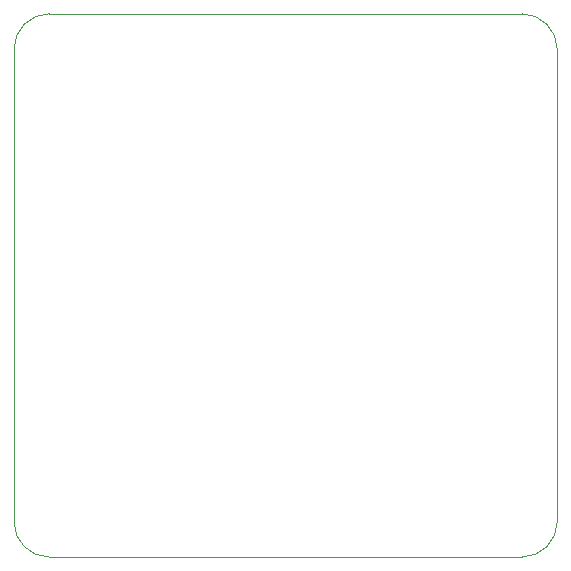
<source format=gm1>
G04 #@! TF.GenerationSoftware,KiCad,Pcbnew,(5.1.9-0-10_14)*
G04 #@! TF.CreationDate,2021-04-05T09:48:25+08:00*
G04 #@! TF.ProjectId,tigard,74696761-7264-42e6-9b69-6361645f7063,v1.1*
G04 #@! TF.SameCoordinates,Original*
G04 #@! TF.FileFunction,Profile,NP*
%FSLAX46Y46*%
G04 Gerber Fmt 4.6, Leading zero omitted, Abs format (unit mm)*
G04 Created by KiCad (PCBNEW (5.1.9-0-10_14)) date 2021-04-05 09:48:25*
%MOMM*%
%LPD*%
G01*
G04 APERTURE LIST*
G04 #@! TA.AperFunction,Profile*
%ADD10C,0.050000*%
G04 #@! TD*
G04 APERTURE END LIST*
D10*
X30000000Y-73000000D02*
X30000000Y-33000000D01*
X73000000Y-76000000D02*
X33000000Y-76000000D01*
X76000000Y-33000000D02*
X76000000Y-73000000D01*
X33000000Y-30000000D02*
X73000000Y-30000000D01*
X30000000Y-33000000D02*
G75*
G02*
X33000000Y-30000000I3000000J0D01*
G01*
X73000000Y-30000000D02*
G75*
G02*
X76000000Y-33000000I0J-3000000D01*
G01*
X76000000Y-73000000D02*
G75*
G02*
X73000000Y-76000000I-3000000J0D01*
G01*
X33000000Y-76000000D02*
G75*
G02*
X30000000Y-73000000I0J3000000D01*
G01*
M02*

</source>
